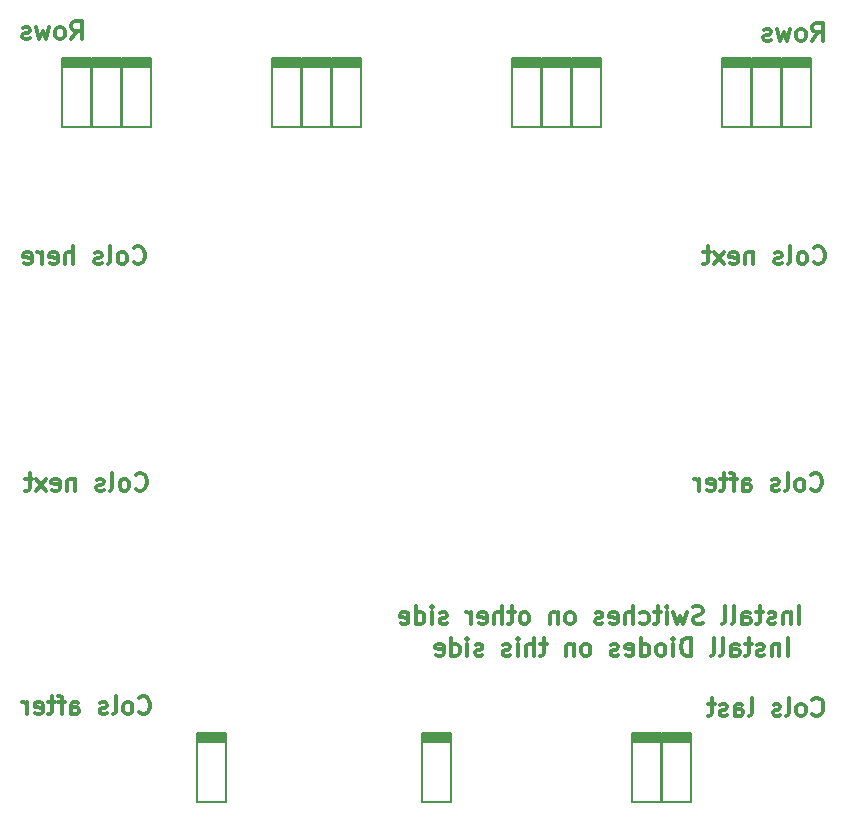
<source format=gbr>
G04 #@! TF.GenerationSoftware,KiCad,Pcbnew,(5.0.0)*
G04 #@! TF.CreationDate,2020-05-09T15:13:36-06:00*
G04 #@! TF.ProjectId,4x4_backpack,3478345F6261636B7061636B2E6B6963,rev?*
G04 #@! TF.SameCoordinates,Original*
G04 #@! TF.FileFunction,Legend,Bot*
G04 #@! TF.FilePolarity,Positive*
%FSLAX46Y46*%
G04 Gerber Fmt 4.6, Leading zero omitted, Abs format (unit mm)*
G04 Created by KiCad (PCBNEW (5.0.0)) date 05/09/20 15:13:36*
%MOMM*%
%LPD*%
G01*
G04 APERTURE LIST*
%ADD10C,0.300000*%
%ADD11C,0.200000*%
G04 APERTURE END LIST*
D10*
X146033571Y-119788714D02*
X146105000Y-119860142D01*
X146319285Y-119931571D01*
X146462142Y-119931571D01*
X146676428Y-119860142D01*
X146819285Y-119717285D01*
X146890714Y-119574428D01*
X146962142Y-119288714D01*
X146962142Y-119074428D01*
X146890714Y-118788714D01*
X146819285Y-118645857D01*
X146676428Y-118503000D01*
X146462142Y-118431571D01*
X146319285Y-118431571D01*
X146105000Y-118503000D01*
X146033571Y-118574428D01*
X145176428Y-119931571D02*
X145319285Y-119860142D01*
X145390714Y-119788714D01*
X145462142Y-119645857D01*
X145462142Y-119217285D01*
X145390714Y-119074428D01*
X145319285Y-119003000D01*
X145176428Y-118931571D01*
X144962142Y-118931571D01*
X144819285Y-119003000D01*
X144747857Y-119074428D01*
X144676428Y-119217285D01*
X144676428Y-119645857D01*
X144747857Y-119788714D01*
X144819285Y-119860142D01*
X144962142Y-119931571D01*
X145176428Y-119931571D01*
X143819285Y-119931571D02*
X143962142Y-119860142D01*
X144033571Y-119717285D01*
X144033571Y-118431571D01*
X143319285Y-119860142D02*
X143176428Y-119931571D01*
X142890714Y-119931571D01*
X142747857Y-119860142D01*
X142676428Y-119717285D01*
X142676428Y-119645857D01*
X142747857Y-119503000D01*
X142890714Y-119431571D01*
X143105000Y-119431571D01*
X143247857Y-119360142D01*
X143319285Y-119217285D01*
X143319285Y-119145857D01*
X143247857Y-119003000D01*
X143105000Y-118931571D01*
X142890714Y-118931571D01*
X142747857Y-119003000D01*
X140247857Y-119931571D02*
X140247857Y-119145857D01*
X140319285Y-119003000D01*
X140462142Y-118931571D01*
X140747857Y-118931571D01*
X140890714Y-119003000D01*
X140247857Y-119860142D02*
X140390714Y-119931571D01*
X140747857Y-119931571D01*
X140890714Y-119860142D01*
X140962142Y-119717285D01*
X140962142Y-119574428D01*
X140890714Y-119431571D01*
X140747857Y-119360142D01*
X140390714Y-119360142D01*
X140247857Y-119288714D01*
X139747857Y-118931571D02*
X139176428Y-118931571D01*
X139533571Y-119931571D02*
X139533571Y-118645857D01*
X139462142Y-118503000D01*
X139319285Y-118431571D01*
X139176428Y-118431571D01*
X138890714Y-118931571D02*
X138319285Y-118931571D01*
X138676428Y-118431571D02*
X138676428Y-119717285D01*
X138605000Y-119860142D01*
X138462142Y-119931571D01*
X138319285Y-119931571D01*
X137247857Y-119860142D02*
X137390714Y-119931571D01*
X137676428Y-119931571D01*
X137819285Y-119860142D01*
X137890714Y-119717285D01*
X137890714Y-119145857D01*
X137819285Y-119003000D01*
X137676428Y-118931571D01*
X137390714Y-118931571D01*
X137247857Y-119003000D01*
X137176428Y-119145857D01*
X137176428Y-119288714D01*
X137890714Y-119431571D01*
X136533571Y-119931571D02*
X136533571Y-118931571D01*
X136533571Y-119217285D02*
X136462142Y-119074428D01*
X136390714Y-119003000D01*
X136247857Y-118931571D01*
X136105000Y-118931571D01*
X89137571Y-138711714D02*
X89209000Y-138783142D01*
X89423285Y-138854571D01*
X89566142Y-138854571D01*
X89780428Y-138783142D01*
X89923285Y-138640285D01*
X89994714Y-138497428D01*
X90066142Y-138211714D01*
X90066142Y-137997428D01*
X89994714Y-137711714D01*
X89923285Y-137568857D01*
X89780428Y-137426000D01*
X89566142Y-137354571D01*
X89423285Y-137354571D01*
X89209000Y-137426000D01*
X89137571Y-137497428D01*
X88280428Y-138854571D02*
X88423285Y-138783142D01*
X88494714Y-138711714D01*
X88566142Y-138568857D01*
X88566142Y-138140285D01*
X88494714Y-137997428D01*
X88423285Y-137926000D01*
X88280428Y-137854571D01*
X88066142Y-137854571D01*
X87923285Y-137926000D01*
X87851857Y-137997428D01*
X87780428Y-138140285D01*
X87780428Y-138568857D01*
X87851857Y-138711714D01*
X87923285Y-138783142D01*
X88066142Y-138854571D01*
X88280428Y-138854571D01*
X86923285Y-138854571D02*
X87066142Y-138783142D01*
X87137571Y-138640285D01*
X87137571Y-137354571D01*
X86423285Y-138783142D02*
X86280428Y-138854571D01*
X85994714Y-138854571D01*
X85851857Y-138783142D01*
X85780428Y-138640285D01*
X85780428Y-138568857D01*
X85851857Y-138426000D01*
X85994714Y-138354571D01*
X86209000Y-138354571D01*
X86351857Y-138283142D01*
X86423285Y-138140285D01*
X86423285Y-138068857D01*
X86351857Y-137926000D01*
X86209000Y-137854571D01*
X85994714Y-137854571D01*
X85851857Y-137926000D01*
X83351857Y-138854571D02*
X83351857Y-138068857D01*
X83423285Y-137926000D01*
X83566142Y-137854571D01*
X83851857Y-137854571D01*
X83994714Y-137926000D01*
X83351857Y-138783142D02*
X83494714Y-138854571D01*
X83851857Y-138854571D01*
X83994714Y-138783142D01*
X84066142Y-138640285D01*
X84066142Y-138497428D01*
X83994714Y-138354571D01*
X83851857Y-138283142D01*
X83494714Y-138283142D01*
X83351857Y-138211714D01*
X82851857Y-137854571D02*
X82280428Y-137854571D01*
X82637571Y-138854571D02*
X82637571Y-137568857D01*
X82566142Y-137426000D01*
X82423285Y-137354571D01*
X82280428Y-137354571D01*
X81994714Y-137854571D02*
X81423285Y-137854571D01*
X81780428Y-137354571D02*
X81780428Y-138640285D01*
X81709000Y-138783142D01*
X81566142Y-138854571D01*
X81423285Y-138854571D01*
X80351857Y-138783142D02*
X80494714Y-138854571D01*
X80780428Y-138854571D01*
X80923285Y-138783142D01*
X80994714Y-138640285D01*
X80994714Y-138068857D01*
X80923285Y-137926000D01*
X80780428Y-137854571D01*
X80494714Y-137854571D01*
X80351857Y-137926000D01*
X80280428Y-138068857D01*
X80280428Y-138211714D01*
X80994714Y-138354571D01*
X79637571Y-138854571D02*
X79637571Y-137854571D01*
X79637571Y-138140285D02*
X79566142Y-137997428D01*
X79494714Y-137926000D01*
X79351857Y-137854571D01*
X79209000Y-137854571D01*
X146132857Y-138838714D02*
X146204285Y-138910142D01*
X146418571Y-138981571D01*
X146561428Y-138981571D01*
X146775714Y-138910142D01*
X146918571Y-138767285D01*
X146990000Y-138624428D01*
X147061428Y-138338714D01*
X147061428Y-138124428D01*
X146990000Y-137838714D01*
X146918571Y-137695857D01*
X146775714Y-137553000D01*
X146561428Y-137481571D01*
X146418571Y-137481571D01*
X146204285Y-137553000D01*
X146132857Y-137624428D01*
X145275714Y-138981571D02*
X145418571Y-138910142D01*
X145490000Y-138838714D01*
X145561428Y-138695857D01*
X145561428Y-138267285D01*
X145490000Y-138124428D01*
X145418571Y-138053000D01*
X145275714Y-137981571D01*
X145061428Y-137981571D01*
X144918571Y-138053000D01*
X144847142Y-138124428D01*
X144775714Y-138267285D01*
X144775714Y-138695857D01*
X144847142Y-138838714D01*
X144918571Y-138910142D01*
X145061428Y-138981571D01*
X145275714Y-138981571D01*
X143918571Y-138981571D02*
X144061428Y-138910142D01*
X144132857Y-138767285D01*
X144132857Y-137481571D01*
X143418571Y-138910142D02*
X143275714Y-138981571D01*
X142990000Y-138981571D01*
X142847142Y-138910142D01*
X142775714Y-138767285D01*
X142775714Y-138695857D01*
X142847142Y-138553000D01*
X142990000Y-138481571D01*
X143204285Y-138481571D01*
X143347142Y-138410142D01*
X143418571Y-138267285D01*
X143418571Y-138195857D01*
X143347142Y-138053000D01*
X143204285Y-137981571D01*
X142990000Y-137981571D01*
X142847142Y-138053000D01*
X140775714Y-138981571D02*
X140918571Y-138910142D01*
X140990000Y-138767285D01*
X140990000Y-137481571D01*
X139561428Y-138981571D02*
X139561428Y-138195857D01*
X139632857Y-138053000D01*
X139775714Y-137981571D01*
X140061428Y-137981571D01*
X140204285Y-138053000D01*
X139561428Y-138910142D02*
X139704285Y-138981571D01*
X140061428Y-138981571D01*
X140204285Y-138910142D01*
X140275714Y-138767285D01*
X140275714Y-138624428D01*
X140204285Y-138481571D01*
X140061428Y-138410142D01*
X139704285Y-138410142D01*
X139561428Y-138338714D01*
X138918571Y-138910142D02*
X138775714Y-138981571D01*
X138490000Y-138981571D01*
X138347142Y-138910142D01*
X138275714Y-138767285D01*
X138275714Y-138695857D01*
X138347142Y-138553000D01*
X138490000Y-138481571D01*
X138704285Y-138481571D01*
X138847142Y-138410142D01*
X138918571Y-138267285D01*
X138918571Y-138195857D01*
X138847142Y-138053000D01*
X138704285Y-137981571D01*
X138490000Y-137981571D01*
X138347142Y-138053000D01*
X137847142Y-137981571D02*
X137275714Y-137981571D01*
X137632857Y-137481571D02*
X137632857Y-138767285D01*
X137561428Y-138910142D01*
X137418571Y-138981571D01*
X137275714Y-138981571D01*
X88851857Y-119788714D02*
X88923285Y-119860142D01*
X89137571Y-119931571D01*
X89280428Y-119931571D01*
X89494714Y-119860142D01*
X89637571Y-119717285D01*
X89709000Y-119574428D01*
X89780428Y-119288714D01*
X89780428Y-119074428D01*
X89709000Y-118788714D01*
X89637571Y-118645857D01*
X89494714Y-118503000D01*
X89280428Y-118431571D01*
X89137571Y-118431571D01*
X88923285Y-118503000D01*
X88851857Y-118574428D01*
X87994714Y-119931571D02*
X88137571Y-119860142D01*
X88209000Y-119788714D01*
X88280428Y-119645857D01*
X88280428Y-119217285D01*
X88209000Y-119074428D01*
X88137571Y-119003000D01*
X87994714Y-118931571D01*
X87780428Y-118931571D01*
X87637571Y-119003000D01*
X87566142Y-119074428D01*
X87494714Y-119217285D01*
X87494714Y-119645857D01*
X87566142Y-119788714D01*
X87637571Y-119860142D01*
X87780428Y-119931571D01*
X87994714Y-119931571D01*
X86637571Y-119931571D02*
X86780428Y-119860142D01*
X86851857Y-119717285D01*
X86851857Y-118431571D01*
X86137571Y-119860142D02*
X85994714Y-119931571D01*
X85709000Y-119931571D01*
X85566142Y-119860142D01*
X85494714Y-119717285D01*
X85494714Y-119645857D01*
X85566142Y-119503000D01*
X85709000Y-119431571D01*
X85923285Y-119431571D01*
X86066142Y-119360142D01*
X86137571Y-119217285D01*
X86137571Y-119145857D01*
X86066142Y-119003000D01*
X85923285Y-118931571D01*
X85709000Y-118931571D01*
X85566142Y-119003000D01*
X83709000Y-118931571D02*
X83709000Y-119931571D01*
X83709000Y-119074428D02*
X83637571Y-119003000D01*
X83494714Y-118931571D01*
X83280428Y-118931571D01*
X83137571Y-119003000D01*
X83066142Y-119145857D01*
X83066142Y-119931571D01*
X81780428Y-119860142D02*
X81923285Y-119931571D01*
X82209000Y-119931571D01*
X82351857Y-119860142D01*
X82423285Y-119717285D01*
X82423285Y-119145857D01*
X82351857Y-119003000D01*
X82209000Y-118931571D01*
X81923285Y-118931571D01*
X81780428Y-119003000D01*
X81709000Y-119145857D01*
X81709000Y-119288714D01*
X82423285Y-119431571D01*
X81209000Y-119931571D02*
X80423285Y-118931571D01*
X81209000Y-118931571D02*
X80423285Y-119931571D01*
X80066142Y-118931571D02*
X79494714Y-118931571D01*
X79851857Y-118431571D02*
X79851857Y-119717285D01*
X79780428Y-119860142D01*
X79637571Y-119931571D01*
X79494714Y-119931571D01*
X146255857Y-100611714D02*
X146327285Y-100683142D01*
X146541571Y-100754571D01*
X146684428Y-100754571D01*
X146898714Y-100683142D01*
X147041571Y-100540285D01*
X147113000Y-100397428D01*
X147184428Y-100111714D01*
X147184428Y-99897428D01*
X147113000Y-99611714D01*
X147041571Y-99468857D01*
X146898714Y-99326000D01*
X146684428Y-99254571D01*
X146541571Y-99254571D01*
X146327285Y-99326000D01*
X146255857Y-99397428D01*
X145398714Y-100754571D02*
X145541571Y-100683142D01*
X145613000Y-100611714D01*
X145684428Y-100468857D01*
X145684428Y-100040285D01*
X145613000Y-99897428D01*
X145541571Y-99826000D01*
X145398714Y-99754571D01*
X145184428Y-99754571D01*
X145041571Y-99826000D01*
X144970142Y-99897428D01*
X144898714Y-100040285D01*
X144898714Y-100468857D01*
X144970142Y-100611714D01*
X145041571Y-100683142D01*
X145184428Y-100754571D01*
X145398714Y-100754571D01*
X144041571Y-100754571D02*
X144184428Y-100683142D01*
X144255857Y-100540285D01*
X144255857Y-99254571D01*
X143541571Y-100683142D02*
X143398714Y-100754571D01*
X143113000Y-100754571D01*
X142970142Y-100683142D01*
X142898714Y-100540285D01*
X142898714Y-100468857D01*
X142970142Y-100326000D01*
X143113000Y-100254571D01*
X143327285Y-100254571D01*
X143470142Y-100183142D01*
X143541571Y-100040285D01*
X143541571Y-99968857D01*
X143470142Y-99826000D01*
X143327285Y-99754571D01*
X143113000Y-99754571D01*
X142970142Y-99826000D01*
X141113000Y-99754571D02*
X141113000Y-100754571D01*
X141113000Y-99897428D02*
X141041571Y-99826000D01*
X140898714Y-99754571D01*
X140684428Y-99754571D01*
X140541571Y-99826000D01*
X140470142Y-99968857D01*
X140470142Y-100754571D01*
X139184428Y-100683142D02*
X139327285Y-100754571D01*
X139613000Y-100754571D01*
X139755857Y-100683142D01*
X139827285Y-100540285D01*
X139827285Y-99968857D01*
X139755857Y-99826000D01*
X139613000Y-99754571D01*
X139327285Y-99754571D01*
X139184428Y-99826000D01*
X139113000Y-99968857D01*
X139113000Y-100111714D01*
X139827285Y-100254571D01*
X138613000Y-100754571D02*
X137827285Y-99754571D01*
X138613000Y-99754571D02*
X137827285Y-100754571D01*
X137470142Y-99754571D02*
X136898714Y-99754571D01*
X137255857Y-99254571D02*
X137255857Y-100540285D01*
X137184428Y-100683142D01*
X137041571Y-100754571D01*
X136898714Y-100754571D01*
X88669285Y-100611714D02*
X88740714Y-100683142D01*
X88955000Y-100754571D01*
X89097857Y-100754571D01*
X89312142Y-100683142D01*
X89455000Y-100540285D01*
X89526428Y-100397428D01*
X89597857Y-100111714D01*
X89597857Y-99897428D01*
X89526428Y-99611714D01*
X89455000Y-99468857D01*
X89312142Y-99326000D01*
X89097857Y-99254571D01*
X88955000Y-99254571D01*
X88740714Y-99326000D01*
X88669285Y-99397428D01*
X87812142Y-100754571D02*
X87955000Y-100683142D01*
X88026428Y-100611714D01*
X88097857Y-100468857D01*
X88097857Y-100040285D01*
X88026428Y-99897428D01*
X87955000Y-99826000D01*
X87812142Y-99754571D01*
X87597857Y-99754571D01*
X87455000Y-99826000D01*
X87383571Y-99897428D01*
X87312142Y-100040285D01*
X87312142Y-100468857D01*
X87383571Y-100611714D01*
X87455000Y-100683142D01*
X87597857Y-100754571D01*
X87812142Y-100754571D01*
X86455000Y-100754571D02*
X86597857Y-100683142D01*
X86669285Y-100540285D01*
X86669285Y-99254571D01*
X85955000Y-100683142D02*
X85812142Y-100754571D01*
X85526428Y-100754571D01*
X85383571Y-100683142D01*
X85312142Y-100540285D01*
X85312142Y-100468857D01*
X85383571Y-100326000D01*
X85526428Y-100254571D01*
X85740714Y-100254571D01*
X85883571Y-100183142D01*
X85955000Y-100040285D01*
X85955000Y-99968857D01*
X85883571Y-99826000D01*
X85740714Y-99754571D01*
X85526428Y-99754571D01*
X85383571Y-99826000D01*
X83526428Y-100754571D02*
X83526428Y-99254571D01*
X82883571Y-100754571D02*
X82883571Y-99968857D01*
X82955000Y-99826000D01*
X83097857Y-99754571D01*
X83312142Y-99754571D01*
X83455000Y-99826000D01*
X83526428Y-99897428D01*
X81597857Y-100683142D02*
X81740714Y-100754571D01*
X82026428Y-100754571D01*
X82169285Y-100683142D01*
X82240714Y-100540285D01*
X82240714Y-99968857D01*
X82169285Y-99826000D01*
X82026428Y-99754571D01*
X81740714Y-99754571D01*
X81597857Y-99826000D01*
X81526428Y-99968857D01*
X81526428Y-100111714D01*
X82240714Y-100254571D01*
X80883571Y-100754571D02*
X80883571Y-99754571D01*
X80883571Y-100040285D02*
X80812142Y-99897428D01*
X80740714Y-99826000D01*
X80597857Y-99754571D01*
X80455000Y-99754571D01*
X79383571Y-100683142D02*
X79526428Y-100754571D01*
X79812142Y-100754571D01*
X79955000Y-100683142D01*
X80026428Y-100540285D01*
X80026428Y-99968857D01*
X79955000Y-99826000D01*
X79812142Y-99754571D01*
X79526428Y-99754571D01*
X79383571Y-99826000D01*
X79312142Y-99968857D01*
X79312142Y-100111714D01*
X80026428Y-100254571D01*
X146133142Y-81831571D02*
X146633142Y-81117285D01*
X146990285Y-81831571D02*
X146990285Y-80331571D01*
X146418857Y-80331571D01*
X146276000Y-80403000D01*
X146204571Y-80474428D01*
X146133142Y-80617285D01*
X146133142Y-80831571D01*
X146204571Y-80974428D01*
X146276000Y-81045857D01*
X146418857Y-81117285D01*
X146990285Y-81117285D01*
X145276000Y-81831571D02*
X145418857Y-81760142D01*
X145490285Y-81688714D01*
X145561714Y-81545857D01*
X145561714Y-81117285D01*
X145490285Y-80974428D01*
X145418857Y-80903000D01*
X145276000Y-80831571D01*
X145061714Y-80831571D01*
X144918857Y-80903000D01*
X144847428Y-80974428D01*
X144776000Y-81117285D01*
X144776000Y-81545857D01*
X144847428Y-81688714D01*
X144918857Y-81760142D01*
X145061714Y-81831571D01*
X145276000Y-81831571D01*
X144276000Y-80831571D02*
X143990285Y-81831571D01*
X143704571Y-81117285D01*
X143418857Y-81831571D01*
X143133142Y-80831571D01*
X142633142Y-81760142D02*
X142490285Y-81831571D01*
X142204571Y-81831571D01*
X142061714Y-81760142D01*
X141990285Y-81617285D01*
X141990285Y-81545857D01*
X142061714Y-81403000D01*
X142204571Y-81331571D01*
X142418857Y-81331571D01*
X142561714Y-81260142D01*
X142633142Y-81117285D01*
X142633142Y-81045857D01*
X142561714Y-80903000D01*
X142418857Y-80831571D01*
X142204571Y-80831571D01*
X142061714Y-80903000D01*
X83395142Y-81704571D02*
X83895142Y-80990285D01*
X84252285Y-81704571D02*
X84252285Y-80204571D01*
X83680857Y-80204571D01*
X83538000Y-80276000D01*
X83466571Y-80347428D01*
X83395142Y-80490285D01*
X83395142Y-80704571D01*
X83466571Y-80847428D01*
X83538000Y-80918857D01*
X83680857Y-80990285D01*
X84252285Y-80990285D01*
X82538000Y-81704571D02*
X82680857Y-81633142D01*
X82752285Y-81561714D01*
X82823714Y-81418857D01*
X82823714Y-80990285D01*
X82752285Y-80847428D01*
X82680857Y-80776000D01*
X82538000Y-80704571D01*
X82323714Y-80704571D01*
X82180857Y-80776000D01*
X82109428Y-80847428D01*
X82038000Y-80990285D01*
X82038000Y-81418857D01*
X82109428Y-81561714D01*
X82180857Y-81633142D01*
X82323714Y-81704571D01*
X82538000Y-81704571D01*
X81538000Y-80704571D02*
X81252285Y-81704571D01*
X80966571Y-80990285D01*
X80680857Y-81704571D01*
X80395142Y-80704571D01*
X79895142Y-81633142D02*
X79752285Y-81704571D01*
X79466571Y-81704571D01*
X79323714Y-81633142D01*
X79252285Y-81490285D01*
X79252285Y-81418857D01*
X79323714Y-81276000D01*
X79466571Y-81204571D01*
X79680857Y-81204571D01*
X79823714Y-81133142D01*
X79895142Y-80990285D01*
X79895142Y-80918857D01*
X79823714Y-80776000D01*
X79680857Y-80704571D01*
X79466571Y-80704571D01*
X79323714Y-80776000D01*
X144051857Y-133901571D02*
X144051857Y-132401571D01*
X143337571Y-132901571D02*
X143337571Y-133901571D01*
X143337571Y-133044428D02*
X143266142Y-132973000D01*
X143123285Y-132901571D01*
X142909000Y-132901571D01*
X142766142Y-132973000D01*
X142694714Y-133115857D01*
X142694714Y-133901571D01*
X142051857Y-133830142D02*
X141909000Y-133901571D01*
X141623285Y-133901571D01*
X141480428Y-133830142D01*
X141409000Y-133687285D01*
X141409000Y-133615857D01*
X141480428Y-133473000D01*
X141623285Y-133401571D01*
X141837571Y-133401571D01*
X141980428Y-133330142D01*
X142051857Y-133187285D01*
X142051857Y-133115857D01*
X141980428Y-132973000D01*
X141837571Y-132901571D01*
X141623285Y-132901571D01*
X141480428Y-132973000D01*
X140980428Y-132901571D02*
X140409000Y-132901571D01*
X140766142Y-132401571D02*
X140766142Y-133687285D01*
X140694714Y-133830142D01*
X140551857Y-133901571D01*
X140409000Y-133901571D01*
X139266142Y-133901571D02*
X139266142Y-133115857D01*
X139337571Y-132973000D01*
X139480428Y-132901571D01*
X139766142Y-132901571D01*
X139909000Y-132973000D01*
X139266142Y-133830142D02*
X139409000Y-133901571D01*
X139766142Y-133901571D01*
X139909000Y-133830142D01*
X139980428Y-133687285D01*
X139980428Y-133544428D01*
X139909000Y-133401571D01*
X139766142Y-133330142D01*
X139409000Y-133330142D01*
X139266142Y-133258714D01*
X138337571Y-133901571D02*
X138480428Y-133830142D01*
X138551857Y-133687285D01*
X138551857Y-132401571D01*
X137551857Y-133901571D02*
X137694714Y-133830142D01*
X137766142Y-133687285D01*
X137766142Y-132401571D01*
X135837571Y-133901571D02*
X135837571Y-132401571D01*
X135480428Y-132401571D01*
X135266142Y-132473000D01*
X135123285Y-132615857D01*
X135051857Y-132758714D01*
X134980428Y-133044428D01*
X134980428Y-133258714D01*
X135051857Y-133544428D01*
X135123285Y-133687285D01*
X135266142Y-133830142D01*
X135480428Y-133901571D01*
X135837571Y-133901571D01*
X134337571Y-133901571D02*
X134337571Y-132901571D01*
X134337571Y-132401571D02*
X134409000Y-132473000D01*
X134337571Y-132544428D01*
X134266142Y-132473000D01*
X134337571Y-132401571D01*
X134337571Y-132544428D01*
X133409000Y-133901571D02*
X133551857Y-133830142D01*
X133623285Y-133758714D01*
X133694714Y-133615857D01*
X133694714Y-133187285D01*
X133623285Y-133044428D01*
X133551857Y-132973000D01*
X133409000Y-132901571D01*
X133194714Y-132901571D01*
X133051857Y-132973000D01*
X132980428Y-133044428D01*
X132909000Y-133187285D01*
X132909000Y-133615857D01*
X132980428Y-133758714D01*
X133051857Y-133830142D01*
X133194714Y-133901571D01*
X133409000Y-133901571D01*
X131623285Y-133901571D02*
X131623285Y-132401571D01*
X131623285Y-133830142D02*
X131766142Y-133901571D01*
X132051857Y-133901571D01*
X132194714Y-133830142D01*
X132266142Y-133758714D01*
X132337571Y-133615857D01*
X132337571Y-133187285D01*
X132266142Y-133044428D01*
X132194714Y-132973000D01*
X132051857Y-132901571D01*
X131766142Y-132901571D01*
X131623285Y-132973000D01*
X130337571Y-133830142D02*
X130480428Y-133901571D01*
X130766142Y-133901571D01*
X130909000Y-133830142D01*
X130980428Y-133687285D01*
X130980428Y-133115857D01*
X130909000Y-132973000D01*
X130766142Y-132901571D01*
X130480428Y-132901571D01*
X130337571Y-132973000D01*
X130266142Y-133115857D01*
X130266142Y-133258714D01*
X130980428Y-133401571D01*
X129694714Y-133830142D02*
X129551857Y-133901571D01*
X129266142Y-133901571D01*
X129123285Y-133830142D01*
X129051857Y-133687285D01*
X129051857Y-133615857D01*
X129123285Y-133473000D01*
X129266142Y-133401571D01*
X129480428Y-133401571D01*
X129623285Y-133330142D01*
X129694714Y-133187285D01*
X129694714Y-133115857D01*
X129623285Y-132973000D01*
X129480428Y-132901571D01*
X129266142Y-132901571D01*
X129123285Y-132973000D01*
X127051857Y-133901571D02*
X127194714Y-133830142D01*
X127266142Y-133758714D01*
X127337571Y-133615857D01*
X127337571Y-133187285D01*
X127266142Y-133044428D01*
X127194714Y-132973000D01*
X127051857Y-132901571D01*
X126837571Y-132901571D01*
X126694714Y-132973000D01*
X126623285Y-133044428D01*
X126551857Y-133187285D01*
X126551857Y-133615857D01*
X126623285Y-133758714D01*
X126694714Y-133830142D01*
X126837571Y-133901571D01*
X127051857Y-133901571D01*
X125909000Y-132901571D02*
X125909000Y-133901571D01*
X125909000Y-133044428D02*
X125837571Y-132973000D01*
X125694714Y-132901571D01*
X125480428Y-132901571D01*
X125337571Y-132973000D01*
X125266142Y-133115857D01*
X125266142Y-133901571D01*
X123623285Y-132901571D02*
X123051857Y-132901571D01*
X123409000Y-132401571D02*
X123409000Y-133687285D01*
X123337571Y-133830142D01*
X123194714Y-133901571D01*
X123051857Y-133901571D01*
X122551857Y-133901571D02*
X122551857Y-132401571D01*
X121909000Y-133901571D02*
X121909000Y-133115857D01*
X121980428Y-132973000D01*
X122123285Y-132901571D01*
X122337571Y-132901571D01*
X122480428Y-132973000D01*
X122551857Y-133044428D01*
X121194714Y-133901571D02*
X121194714Y-132901571D01*
X121194714Y-132401571D02*
X121266142Y-132473000D01*
X121194714Y-132544428D01*
X121123285Y-132473000D01*
X121194714Y-132401571D01*
X121194714Y-132544428D01*
X120551857Y-133830142D02*
X120409000Y-133901571D01*
X120123285Y-133901571D01*
X119980428Y-133830142D01*
X119909000Y-133687285D01*
X119909000Y-133615857D01*
X119980428Y-133473000D01*
X120123285Y-133401571D01*
X120337571Y-133401571D01*
X120480428Y-133330142D01*
X120551857Y-133187285D01*
X120551857Y-133115857D01*
X120480428Y-132973000D01*
X120337571Y-132901571D01*
X120123285Y-132901571D01*
X119980428Y-132973000D01*
X118194714Y-133830142D02*
X118051857Y-133901571D01*
X117766142Y-133901571D01*
X117623285Y-133830142D01*
X117551857Y-133687285D01*
X117551857Y-133615857D01*
X117623285Y-133473000D01*
X117766142Y-133401571D01*
X117980428Y-133401571D01*
X118123285Y-133330142D01*
X118194714Y-133187285D01*
X118194714Y-133115857D01*
X118123285Y-132973000D01*
X117980428Y-132901571D01*
X117766142Y-132901571D01*
X117623285Y-132973000D01*
X116909000Y-133901571D02*
X116909000Y-132901571D01*
X116909000Y-132401571D02*
X116980428Y-132473000D01*
X116909000Y-132544428D01*
X116837571Y-132473000D01*
X116909000Y-132401571D01*
X116909000Y-132544428D01*
X115551857Y-133901571D02*
X115551857Y-132401571D01*
X115551857Y-133830142D02*
X115694714Y-133901571D01*
X115980428Y-133901571D01*
X116123285Y-133830142D01*
X116194714Y-133758714D01*
X116266142Y-133615857D01*
X116266142Y-133187285D01*
X116194714Y-133044428D01*
X116123285Y-132973000D01*
X115980428Y-132901571D01*
X115694714Y-132901571D01*
X115551857Y-132973000D01*
X114266142Y-133830142D02*
X114409000Y-133901571D01*
X114694714Y-133901571D01*
X114837571Y-133830142D01*
X114909000Y-133687285D01*
X114909000Y-133115857D01*
X114837571Y-132973000D01*
X114694714Y-132901571D01*
X114409000Y-132901571D01*
X114266142Y-132973000D01*
X114194714Y-133115857D01*
X114194714Y-133258714D01*
X114909000Y-133401571D01*
X145000142Y-131234571D02*
X145000142Y-129734571D01*
X144285857Y-130234571D02*
X144285857Y-131234571D01*
X144285857Y-130377428D02*
X144214428Y-130306000D01*
X144071571Y-130234571D01*
X143857285Y-130234571D01*
X143714428Y-130306000D01*
X143643000Y-130448857D01*
X143643000Y-131234571D01*
X143000142Y-131163142D02*
X142857285Y-131234571D01*
X142571571Y-131234571D01*
X142428714Y-131163142D01*
X142357285Y-131020285D01*
X142357285Y-130948857D01*
X142428714Y-130806000D01*
X142571571Y-130734571D01*
X142785857Y-130734571D01*
X142928714Y-130663142D01*
X143000142Y-130520285D01*
X143000142Y-130448857D01*
X142928714Y-130306000D01*
X142785857Y-130234571D01*
X142571571Y-130234571D01*
X142428714Y-130306000D01*
X141928714Y-130234571D02*
X141357285Y-130234571D01*
X141714428Y-129734571D02*
X141714428Y-131020285D01*
X141643000Y-131163142D01*
X141500142Y-131234571D01*
X141357285Y-131234571D01*
X140214428Y-131234571D02*
X140214428Y-130448857D01*
X140285857Y-130306000D01*
X140428714Y-130234571D01*
X140714428Y-130234571D01*
X140857285Y-130306000D01*
X140214428Y-131163142D02*
X140357285Y-131234571D01*
X140714428Y-131234571D01*
X140857285Y-131163142D01*
X140928714Y-131020285D01*
X140928714Y-130877428D01*
X140857285Y-130734571D01*
X140714428Y-130663142D01*
X140357285Y-130663142D01*
X140214428Y-130591714D01*
X139285857Y-131234571D02*
X139428714Y-131163142D01*
X139500142Y-131020285D01*
X139500142Y-129734571D01*
X138500142Y-131234571D02*
X138643000Y-131163142D01*
X138714428Y-131020285D01*
X138714428Y-129734571D01*
X136857285Y-131163142D02*
X136643000Y-131234571D01*
X136285857Y-131234571D01*
X136143000Y-131163142D01*
X136071571Y-131091714D01*
X136000142Y-130948857D01*
X136000142Y-130806000D01*
X136071571Y-130663142D01*
X136143000Y-130591714D01*
X136285857Y-130520285D01*
X136571571Y-130448857D01*
X136714428Y-130377428D01*
X136785857Y-130306000D01*
X136857285Y-130163142D01*
X136857285Y-130020285D01*
X136785857Y-129877428D01*
X136714428Y-129806000D01*
X136571571Y-129734571D01*
X136214428Y-129734571D01*
X136000142Y-129806000D01*
X135500142Y-130234571D02*
X135214428Y-131234571D01*
X134928714Y-130520285D01*
X134643000Y-131234571D01*
X134357285Y-130234571D01*
X133785857Y-131234571D02*
X133785857Y-130234571D01*
X133785857Y-129734571D02*
X133857285Y-129806000D01*
X133785857Y-129877428D01*
X133714428Y-129806000D01*
X133785857Y-129734571D01*
X133785857Y-129877428D01*
X133285857Y-130234571D02*
X132714428Y-130234571D01*
X133071571Y-129734571D02*
X133071571Y-131020285D01*
X133000142Y-131163142D01*
X132857285Y-131234571D01*
X132714428Y-131234571D01*
X131571571Y-131163142D02*
X131714428Y-131234571D01*
X132000142Y-131234571D01*
X132143000Y-131163142D01*
X132214428Y-131091714D01*
X132285857Y-130948857D01*
X132285857Y-130520285D01*
X132214428Y-130377428D01*
X132143000Y-130306000D01*
X132000142Y-130234571D01*
X131714428Y-130234571D01*
X131571571Y-130306000D01*
X130928714Y-131234571D02*
X130928714Y-129734571D01*
X130285857Y-131234571D02*
X130285857Y-130448857D01*
X130357285Y-130306000D01*
X130500142Y-130234571D01*
X130714428Y-130234571D01*
X130857285Y-130306000D01*
X130928714Y-130377428D01*
X129000142Y-131163142D02*
X129143000Y-131234571D01*
X129428714Y-131234571D01*
X129571571Y-131163142D01*
X129643000Y-131020285D01*
X129643000Y-130448857D01*
X129571571Y-130306000D01*
X129428714Y-130234571D01*
X129143000Y-130234571D01*
X129000142Y-130306000D01*
X128928714Y-130448857D01*
X128928714Y-130591714D01*
X129643000Y-130734571D01*
X128357285Y-131163142D02*
X128214428Y-131234571D01*
X127928714Y-131234571D01*
X127785857Y-131163142D01*
X127714428Y-131020285D01*
X127714428Y-130948857D01*
X127785857Y-130806000D01*
X127928714Y-130734571D01*
X128143000Y-130734571D01*
X128285857Y-130663142D01*
X128357285Y-130520285D01*
X128357285Y-130448857D01*
X128285857Y-130306000D01*
X128143000Y-130234571D01*
X127928714Y-130234571D01*
X127785857Y-130306000D01*
X125714428Y-131234571D02*
X125857285Y-131163142D01*
X125928714Y-131091714D01*
X126000142Y-130948857D01*
X126000142Y-130520285D01*
X125928714Y-130377428D01*
X125857285Y-130306000D01*
X125714428Y-130234571D01*
X125500142Y-130234571D01*
X125357285Y-130306000D01*
X125285857Y-130377428D01*
X125214428Y-130520285D01*
X125214428Y-130948857D01*
X125285857Y-131091714D01*
X125357285Y-131163142D01*
X125500142Y-131234571D01*
X125714428Y-131234571D01*
X124571571Y-130234571D02*
X124571571Y-131234571D01*
X124571571Y-130377428D02*
X124500142Y-130306000D01*
X124357285Y-130234571D01*
X124143000Y-130234571D01*
X124000142Y-130306000D01*
X123928714Y-130448857D01*
X123928714Y-131234571D01*
X121857285Y-131234571D02*
X122000142Y-131163142D01*
X122071571Y-131091714D01*
X122143000Y-130948857D01*
X122143000Y-130520285D01*
X122071571Y-130377428D01*
X122000142Y-130306000D01*
X121857285Y-130234571D01*
X121643000Y-130234571D01*
X121500142Y-130306000D01*
X121428714Y-130377428D01*
X121357285Y-130520285D01*
X121357285Y-130948857D01*
X121428714Y-131091714D01*
X121500142Y-131163142D01*
X121643000Y-131234571D01*
X121857285Y-131234571D01*
X120928714Y-130234571D02*
X120357285Y-130234571D01*
X120714428Y-129734571D02*
X120714428Y-131020285D01*
X120643000Y-131163142D01*
X120500142Y-131234571D01*
X120357285Y-131234571D01*
X119857285Y-131234571D02*
X119857285Y-129734571D01*
X119214428Y-131234571D02*
X119214428Y-130448857D01*
X119285857Y-130306000D01*
X119428714Y-130234571D01*
X119643000Y-130234571D01*
X119785857Y-130306000D01*
X119857285Y-130377428D01*
X117928714Y-131163142D02*
X118071571Y-131234571D01*
X118357285Y-131234571D01*
X118500142Y-131163142D01*
X118571571Y-131020285D01*
X118571571Y-130448857D01*
X118500142Y-130306000D01*
X118357285Y-130234571D01*
X118071571Y-130234571D01*
X117928714Y-130306000D01*
X117857285Y-130448857D01*
X117857285Y-130591714D01*
X118571571Y-130734571D01*
X117214428Y-131234571D02*
X117214428Y-130234571D01*
X117214428Y-130520285D02*
X117143000Y-130377428D01*
X117071571Y-130306000D01*
X116928714Y-130234571D01*
X116785857Y-130234571D01*
X115214428Y-131163142D02*
X115071571Y-131234571D01*
X114785857Y-131234571D01*
X114643000Y-131163142D01*
X114571571Y-131020285D01*
X114571571Y-130948857D01*
X114643000Y-130806000D01*
X114785857Y-130734571D01*
X115000142Y-130734571D01*
X115143000Y-130663142D01*
X115214428Y-130520285D01*
X115214428Y-130448857D01*
X115143000Y-130306000D01*
X115000142Y-130234571D01*
X114785857Y-130234571D01*
X114643000Y-130306000D01*
X113928714Y-131234571D02*
X113928714Y-130234571D01*
X113928714Y-129734571D02*
X114000142Y-129806000D01*
X113928714Y-129877428D01*
X113857285Y-129806000D01*
X113928714Y-129734571D01*
X113928714Y-129877428D01*
X112571571Y-131234571D02*
X112571571Y-129734571D01*
X112571571Y-131163142D02*
X112714428Y-131234571D01*
X113000142Y-131234571D01*
X113143000Y-131163142D01*
X113214428Y-131091714D01*
X113285857Y-130948857D01*
X113285857Y-130520285D01*
X113214428Y-130377428D01*
X113143000Y-130306000D01*
X113000142Y-130234571D01*
X112714428Y-130234571D01*
X112571571Y-130306000D01*
X111285857Y-131163142D02*
X111428714Y-131234571D01*
X111714428Y-131234571D01*
X111857285Y-131163142D01*
X111928714Y-131020285D01*
X111928714Y-130448857D01*
X111857285Y-130306000D01*
X111714428Y-130234571D01*
X111428714Y-130234571D01*
X111285857Y-130306000D01*
X111214428Y-130448857D01*
X111214428Y-130591714D01*
X111928714Y-130734571D01*
D11*
G04 #@! TO.C,D16*
X135820000Y-141235000D02*
X133420000Y-141235000D01*
X135820000Y-141060000D02*
X133420000Y-141060000D01*
X135820000Y-140885000D02*
X133420000Y-140885000D01*
X133420000Y-140485000D02*
X135820000Y-140485000D01*
X135820000Y-140710000D02*
X133420000Y-140710000D01*
X135820000Y-140585000D02*
X133420000Y-140585000D01*
X135820000Y-140510000D02*
X135820000Y-146310000D01*
X135820000Y-146310000D02*
X133420000Y-146310000D01*
X133420000Y-146310000D02*
X133420000Y-140510000D01*
G04 #@! TO.C,D2*
X105340000Y-84085000D02*
X102940000Y-84085000D01*
X105340000Y-83910000D02*
X102940000Y-83910000D01*
X105340000Y-83735000D02*
X102940000Y-83735000D01*
X102940000Y-83335000D02*
X105340000Y-83335000D01*
X105340000Y-83560000D02*
X102940000Y-83560000D01*
X105340000Y-83435000D02*
X102940000Y-83435000D01*
X105340000Y-83360000D02*
X105340000Y-89160000D01*
X105340000Y-89160000D02*
X102940000Y-89160000D01*
X102940000Y-89160000D02*
X102940000Y-83360000D01*
G04 #@! TO.C,D1*
X87560000Y-84085000D02*
X85160000Y-84085000D01*
X87560000Y-83910000D02*
X85160000Y-83910000D01*
X87560000Y-83735000D02*
X85160000Y-83735000D01*
X85160000Y-83335000D02*
X87560000Y-83335000D01*
X87560000Y-83560000D02*
X85160000Y-83560000D01*
X87560000Y-83435000D02*
X85160000Y-83435000D01*
X87560000Y-83360000D02*
X87560000Y-89160000D01*
X87560000Y-89160000D02*
X85160000Y-89160000D01*
X85160000Y-89160000D02*
X85160000Y-83360000D01*
G04 #@! TO.C,D3*
X123260000Y-89160000D02*
X123260000Y-83360000D01*
X125660000Y-89160000D02*
X123260000Y-89160000D01*
X125660000Y-83360000D02*
X125660000Y-89160000D01*
X125660000Y-83435000D02*
X123260000Y-83435000D01*
X125660000Y-83560000D02*
X123260000Y-83560000D01*
X123260000Y-83335000D02*
X125660000Y-83335000D01*
X125660000Y-83735000D02*
X123260000Y-83735000D01*
X125660000Y-83910000D02*
X123260000Y-83910000D01*
X125660000Y-84085000D02*
X123260000Y-84085000D01*
G04 #@! TO.C,D4*
X141040000Y-89160000D02*
X141040000Y-83360000D01*
X143440000Y-89160000D02*
X141040000Y-89160000D01*
X143440000Y-83360000D02*
X143440000Y-89160000D01*
X143440000Y-83435000D02*
X141040000Y-83435000D01*
X143440000Y-83560000D02*
X141040000Y-83560000D01*
X141040000Y-83335000D02*
X143440000Y-83335000D01*
X143440000Y-83735000D02*
X141040000Y-83735000D01*
X143440000Y-83910000D02*
X141040000Y-83910000D01*
X143440000Y-84085000D02*
X141040000Y-84085000D01*
G04 #@! TO.C,D5*
X90100000Y-84085000D02*
X87700000Y-84085000D01*
X90100000Y-83910000D02*
X87700000Y-83910000D01*
X90100000Y-83735000D02*
X87700000Y-83735000D01*
X87700000Y-83335000D02*
X90100000Y-83335000D01*
X90100000Y-83560000D02*
X87700000Y-83560000D01*
X90100000Y-83435000D02*
X87700000Y-83435000D01*
X90100000Y-83360000D02*
X90100000Y-89160000D01*
X90100000Y-89160000D02*
X87700000Y-89160000D01*
X87700000Y-89160000D02*
X87700000Y-83360000D01*
G04 #@! TO.C,D6*
X105480000Y-89160000D02*
X105480000Y-83360000D01*
X107880000Y-89160000D02*
X105480000Y-89160000D01*
X107880000Y-83360000D02*
X107880000Y-89160000D01*
X107880000Y-83435000D02*
X105480000Y-83435000D01*
X107880000Y-83560000D02*
X105480000Y-83560000D01*
X105480000Y-83335000D02*
X107880000Y-83335000D01*
X107880000Y-83735000D02*
X105480000Y-83735000D01*
X107880000Y-83910000D02*
X105480000Y-83910000D01*
X107880000Y-84085000D02*
X105480000Y-84085000D01*
G04 #@! TO.C,D7*
X128200000Y-84085000D02*
X125800000Y-84085000D01*
X128200000Y-83910000D02*
X125800000Y-83910000D01*
X128200000Y-83735000D02*
X125800000Y-83735000D01*
X125800000Y-83335000D02*
X128200000Y-83335000D01*
X128200000Y-83560000D02*
X125800000Y-83560000D01*
X128200000Y-83435000D02*
X125800000Y-83435000D01*
X128200000Y-83360000D02*
X128200000Y-89160000D01*
X128200000Y-89160000D02*
X125800000Y-89160000D01*
X125800000Y-89160000D02*
X125800000Y-83360000D01*
G04 #@! TO.C,D8*
X143580000Y-89160000D02*
X143580000Y-83360000D01*
X145980000Y-89160000D02*
X143580000Y-89160000D01*
X145980000Y-83360000D02*
X145980000Y-89160000D01*
X145980000Y-83435000D02*
X143580000Y-83435000D01*
X145980000Y-83560000D02*
X143580000Y-83560000D01*
X143580000Y-83335000D02*
X145980000Y-83335000D01*
X145980000Y-83735000D02*
X143580000Y-83735000D01*
X145980000Y-83910000D02*
X143580000Y-83910000D01*
X145980000Y-84085000D02*
X143580000Y-84085000D01*
G04 #@! TO.C,D9*
X82620000Y-89160000D02*
X82620000Y-83360000D01*
X85020000Y-89160000D02*
X82620000Y-89160000D01*
X85020000Y-83360000D02*
X85020000Y-89160000D01*
X85020000Y-83435000D02*
X82620000Y-83435000D01*
X85020000Y-83560000D02*
X82620000Y-83560000D01*
X82620000Y-83335000D02*
X85020000Y-83335000D01*
X85020000Y-83735000D02*
X82620000Y-83735000D01*
X85020000Y-83910000D02*
X82620000Y-83910000D01*
X85020000Y-84085000D02*
X82620000Y-84085000D01*
G04 #@! TO.C,D10*
X102800000Y-84085000D02*
X100400000Y-84085000D01*
X102800000Y-83910000D02*
X100400000Y-83910000D01*
X102800000Y-83735000D02*
X100400000Y-83735000D01*
X100400000Y-83335000D02*
X102800000Y-83335000D01*
X102800000Y-83560000D02*
X100400000Y-83560000D01*
X102800000Y-83435000D02*
X100400000Y-83435000D01*
X102800000Y-83360000D02*
X102800000Y-89160000D01*
X102800000Y-89160000D02*
X100400000Y-89160000D01*
X100400000Y-89160000D02*
X100400000Y-83360000D01*
G04 #@! TO.C,D11*
X120720000Y-89160000D02*
X120720000Y-83360000D01*
X123120000Y-89160000D02*
X120720000Y-89160000D01*
X123120000Y-83360000D02*
X123120000Y-89160000D01*
X123120000Y-83435000D02*
X120720000Y-83435000D01*
X123120000Y-83560000D02*
X120720000Y-83560000D01*
X120720000Y-83335000D02*
X123120000Y-83335000D01*
X123120000Y-83735000D02*
X120720000Y-83735000D01*
X123120000Y-83910000D02*
X120720000Y-83910000D01*
X123120000Y-84085000D02*
X120720000Y-84085000D01*
G04 #@! TO.C,D12*
X140900000Y-84085000D02*
X138500000Y-84085000D01*
X140900000Y-83910000D02*
X138500000Y-83910000D01*
X140900000Y-83735000D02*
X138500000Y-83735000D01*
X138500000Y-83335000D02*
X140900000Y-83335000D01*
X140900000Y-83560000D02*
X138500000Y-83560000D01*
X140900000Y-83435000D02*
X138500000Y-83435000D01*
X140900000Y-83360000D02*
X140900000Y-89160000D01*
X140900000Y-89160000D02*
X138500000Y-89160000D01*
X138500000Y-89160000D02*
X138500000Y-83360000D01*
G04 #@! TO.C,D13*
X96450000Y-141235000D02*
X94050000Y-141235000D01*
X96450000Y-141060000D02*
X94050000Y-141060000D01*
X96450000Y-140885000D02*
X94050000Y-140885000D01*
X94050000Y-140485000D02*
X96450000Y-140485000D01*
X96450000Y-140710000D02*
X94050000Y-140710000D01*
X96450000Y-140585000D02*
X94050000Y-140585000D01*
X96450000Y-140510000D02*
X96450000Y-146310000D01*
X96450000Y-146310000D02*
X94050000Y-146310000D01*
X94050000Y-146310000D02*
X94050000Y-140510000D01*
G04 #@! TO.C,D14*
X113100000Y-146310000D02*
X113100000Y-140510000D01*
X115500000Y-146310000D02*
X113100000Y-146310000D01*
X115500000Y-140510000D02*
X115500000Y-146310000D01*
X115500000Y-140585000D02*
X113100000Y-140585000D01*
X115500000Y-140710000D02*
X113100000Y-140710000D01*
X113100000Y-140485000D02*
X115500000Y-140485000D01*
X115500000Y-140885000D02*
X113100000Y-140885000D01*
X115500000Y-141060000D02*
X113100000Y-141060000D01*
X115500000Y-141235000D02*
X113100000Y-141235000D01*
G04 #@! TO.C,D15*
X130880000Y-146310000D02*
X130880000Y-140510000D01*
X133280000Y-146310000D02*
X130880000Y-146310000D01*
X133280000Y-140510000D02*
X133280000Y-146310000D01*
X133280000Y-140585000D02*
X130880000Y-140585000D01*
X133280000Y-140710000D02*
X130880000Y-140710000D01*
X130880000Y-140485000D02*
X133280000Y-140485000D01*
X133280000Y-140885000D02*
X130880000Y-140885000D01*
X133280000Y-141060000D02*
X130880000Y-141060000D01*
X133280000Y-141235000D02*
X130880000Y-141235000D01*
G04 #@! TD*
M02*

</source>
